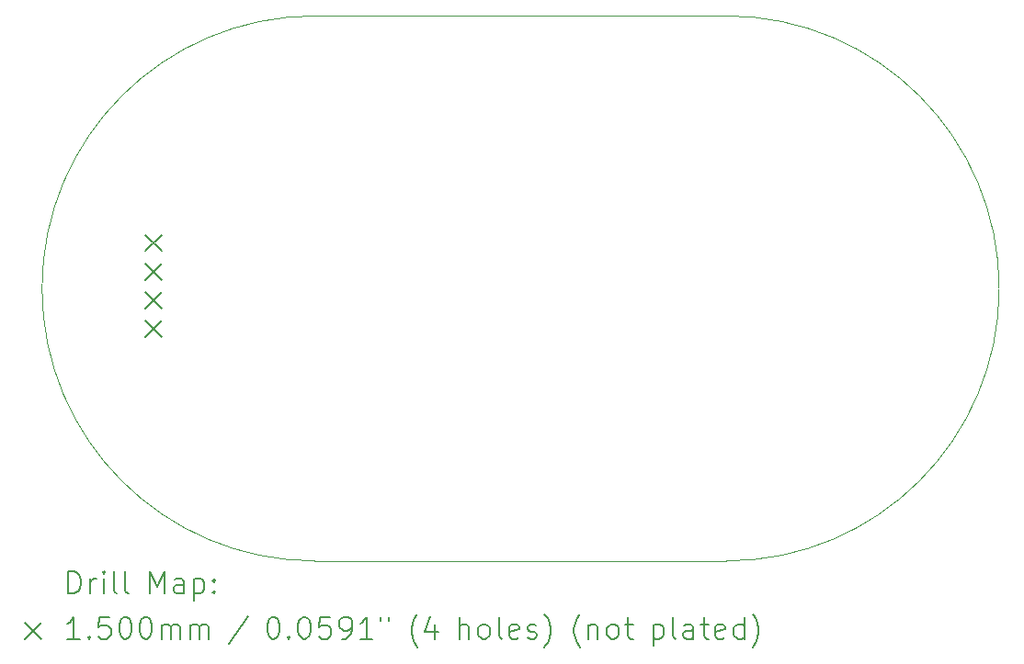
<source format=gbr>
%TF.GenerationSoftware,KiCad,Pcbnew,(7.0.0)*%
%TF.CreationDate,2023-11-05T00:37:03+05:30*%
%TF.ProjectId,Drone_Controller_2.0,44726f6e-655f-4436-9f6e-74726f6c6c65,rev?*%
%TF.SameCoordinates,Original*%
%TF.FileFunction,Drillmap*%
%TF.FilePolarity,Positive*%
%FSLAX45Y45*%
G04 Gerber Fmt 4.5, Leading zero omitted, Abs format (unit mm)*
G04 Created by KiCad (PCBNEW (7.0.0)) date 2023-11-05 00:37:03*
%MOMM*%
%LPD*%
G01*
G04 APERTURE LIST*
%ADD10C,0.100000*%
%ADD11C,0.200000*%
%ADD12C,0.150000*%
G04 APERTURE END LIST*
D10*
X17777460Y-7619995D02*
X21569680Y-7619995D01*
X17777460Y-12644125D02*
X21569675Y-12644125D01*
X17777460Y-7619995D02*
G75*
G03*
X17777460Y-12644125I0J-2512065D01*
G01*
X21569675Y-12644125D02*
G75*
G03*
X21569675Y-7619995I0J2512065D01*
G01*
D11*
D12*
X16216000Y-9637960D02*
X16366000Y-9787960D01*
X16366000Y-9637960D02*
X16216000Y-9787960D01*
X16216000Y-9902120D02*
X16366000Y-10052120D01*
X16366000Y-9902120D02*
X16216000Y-10052120D01*
X16216000Y-10166280D02*
X16366000Y-10316280D01*
X16366000Y-10166280D02*
X16216000Y-10316280D01*
X16216000Y-10430440D02*
X16366000Y-10580440D01*
X16366000Y-10430440D02*
X16216000Y-10580440D01*
D11*
X15508014Y-12942601D02*
X15508014Y-12742601D01*
X15508014Y-12742601D02*
X15555633Y-12742601D01*
X15555633Y-12742601D02*
X15584204Y-12752125D01*
X15584204Y-12752125D02*
X15603252Y-12771173D01*
X15603252Y-12771173D02*
X15612776Y-12790220D01*
X15612776Y-12790220D02*
X15622300Y-12828315D01*
X15622300Y-12828315D02*
X15622300Y-12856887D01*
X15622300Y-12856887D02*
X15612776Y-12894982D01*
X15612776Y-12894982D02*
X15603252Y-12914030D01*
X15603252Y-12914030D02*
X15584204Y-12933077D01*
X15584204Y-12933077D02*
X15555633Y-12942601D01*
X15555633Y-12942601D02*
X15508014Y-12942601D01*
X15708014Y-12942601D02*
X15708014Y-12809268D01*
X15708014Y-12847363D02*
X15717538Y-12828315D01*
X15717538Y-12828315D02*
X15727061Y-12818792D01*
X15727061Y-12818792D02*
X15746109Y-12809268D01*
X15746109Y-12809268D02*
X15765157Y-12809268D01*
X15831823Y-12942601D02*
X15831823Y-12809268D01*
X15831823Y-12742601D02*
X15822300Y-12752125D01*
X15822300Y-12752125D02*
X15831823Y-12761649D01*
X15831823Y-12761649D02*
X15841347Y-12752125D01*
X15841347Y-12752125D02*
X15831823Y-12742601D01*
X15831823Y-12742601D02*
X15831823Y-12761649D01*
X15955633Y-12942601D02*
X15936585Y-12933077D01*
X15936585Y-12933077D02*
X15927061Y-12914030D01*
X15927061Y-12914030D02*
X15927061Y-12742601D01*
X16060395Y-12942601D02*
X16041347Y-12933077D01*
X16041347Y-12933077D02*
X16031823Y-12914030D01*
X16031823Y-12914030D02*
X16031823Y-12742601D01*
X16256585Y-12942601D02*
X16256585Y-12742601D01*
X16256585Y-12742601D02*
X16323252Y-12885458D01*
X16323252Y-12885458D02*
X16389919Y-12742601D01*
X16389919Y-12742601D02*
X16389919Y-12942601D01*
X16570871Y-12942601D02*
X16570871Y-12837839D01*
X16570871Y-12837839D02*
X16561347Y-12818792D01*
X16561347Y-12818792D02*
X16542300Y-12809268D01*
X16542300Y-12809268D02*
X16504204Y-12809268D01*
X16504204Y-12809268D02*
X16485157Y-12818792D01*
X16570871Y-12933077D02*
X16551823Y-12942601D01*
X16551823Y-12942601D02*
X16504204Y-12942601D01*
X16504204Y-12942601D02*
X16485157Y-12933077D01*
X16485157Y-12933077D02*
X16475633Y-12914030D01*
X16475633Y-12914030D02*
X16475633Y-12894982D01*
X16475633Y-12894982D02*
X16485157Y-12875935D01*
X16485157Y-12875935D02*
X16504204Y-12866411D01*
X16504204Y-12866411D02*
X16551823Y-12866411D01*
X16551823Y-12866411D02*
X16570871Y-12856887D01*
X16666109Y-12809268D02*
X16666109Y-13009268D01*
X16666109Y-12818792D02*
X16685157Y-12809268D01*
X16685157Y-12809268D02*
X16723252Y-12809268D01*
X16723252Y-12809268D02*
X16742300Y-12818792D01*
X16742300Y-12818792D02*
X16751823Y-12828315D01*
X16751823Y-12828315D02*
X16761347Y-12847363D01*
X16761347Y-12847363D02*
X16761347Y-12904506D01*
X16761347Y-12904506D02*
X16751823Y-12923554D01*
X16751823Y-12923554D02*
X16742300Y-12933077D01*
X16742300Y-12933077D02*
X16723252Y-12942601D01*
X16723252Y-12942601D02*
X16685157Y-12942601D01*
X16685157Y-12942601D02*
X16666109Y-12933077D01*
X16847062Y-12923554D02*
X16856585Y-12933077D01*
X16856585Y-12933077D02*
X16847062Y-12942601D01*
X16847062Y-12942601D02*
X16837538Y-12933077D01*
X16837538Y-12933077D02*
X16847062Y-12923554D01*
X16847062Y-12923554D02*
X16847062Y-12942601D01*
X16847062Y-12818792D02*
X16856585Y-12828315D01*
X16856585Y-12828315D02*
X16847062Y-12837839D01*
X16847062Y-12837839D02*
X16837538Y-12828315D01*
X16837538Y-12828315D02*
X16847062Y-12818792D01*
X16847062Y-12818792D02*
X16847062Y-12837839D01*
D12*
X15110395Y-13214125D02*
X15260395Y-13364125D01*
X15260395Y-13214125D02*
X15110395Y-13364125D01*
D11*
X15612776Y-13362601D02*
X15498490Y-13362601D01*
X15555633Y-13362601D02*
X15555633Y-13162601D01*
X15555633Y-13162601D02*
X15536585Y-13191173D01*
X15536585Y-13191173D02*
X15517538Y-13210220D01*
X15517538Y-13210220D02*
X15498490Y-13219744D01*
X15698490Y-13343554D02*
X15708014Y-13353077D01*
X15708014Y-13353077D02*
X15698490Y-13362601D01*
X15698490Y-13362601D02*
X15688966Y-13353077D01*
X15688966Y-13353077D02*
X15698490Y-13343554D01*
X15698490Y-13343554D02*
X15698490Y-13362601D01*
X15888966Y-13162601D02*
X15793728Y-13162601D01*
X15793728Y-13162601D02*
X15784204Y-13257839D01*
X15784204Y-13257839D02*
X15793728Y-13248315D01*
X15793728Y-13248315D02*
X15812776Y-13238792D01*
X15812776Y-13238792D02*
X15860395Y-13238792D01*
X15860395Y-13238792D02*
X15879442Y-13248315D01*
X15879442Y-13248315D02*
X15888966Y-13257839D01*
X15888966Y-13257839D02*
X15898490Y-13276887D01*
X15898490Y-13276887D02*
X15898490Y-13324506D01*
X15898490Y-13324506D02*
X15888966Y-13343554D01*
X15888966Y-13343554D02*
X15879442Y-13353077D01*
X15879442Y-13353077D02*
X15860395Y-13362601D01*
X15860395Y-13362601D02*
X15812776Y-13362601D01*
X15812776Y-13362601D02*
X15793728Y-13353077D01*
X15793728Y-13353077D02*
X15784204Y-13343554D01*
X16022300Y-13162601D02*
X16041347Y-13162601D01*
X16041347Y-13162601D02*
X16060395Y-13172125D01*
X16060395Y-13172125D02*
X16069919Y-13181649D01*
X16069919Y-13181649D02*
X16079442Y-13200696D01*
X16079442Y-13200696D02*
X16088966Y-13238792D01*
X16088966Y-13238792D02*
X16088966Y-13286411D01*
X16088966Y-13286411D02*
X16079442Y-13324506D01*
X16079442Y-13324506D02*
X16069919Y-13343554D01*
X16069919Y-13343554D02*
X16060395Y-13353077D01*
X16060395Y-13353077D02*
X16041347Y-13362601D01*
X16041347Y-13362601D02*
X16022300Y-13362601D01*
X16022300Y-13362601D02*
X16003252Y-13353077D01*
X16003252Y-13353077D02*
X15993728Y-13343554D01*
X15993728Y-13343554D02*
X15984204Y-13324506D01*
X15984204Y-13324506D02*
X15974681Y-13286411D01*
X15974681Y-13286411D02*
X15974681Y-13238792D01*
X15974681Y-13238792D02*
X15984204Y-13200696D01*
X15984204Y-13200696D02*
X15993728Y-13181649D01*
X15993728Y-13181649D02*
X16003252Y-13172125D01*
X16003252Y-13172125D02*
X16022300Y-13162601D01*
X16212776Y-13162601D02*
X16231823Y-13162601D01*
X16231823Y-13162601D02*
X16250871Y-13172125D01*
X16250871Y-13172125D02*
X16260395Y-13181649D01*
X16260395Y-13181649D02*
X16269919Y-13200696D01*
X16269919Y-13200696D02*
X16279442Y-13238792D01*
X16279442Y-13238792D02*
X16279442Y-13286411D01*
X16279442Y-13286411D02*
X16269919Y-13324506D01*
X16269919Y-13324506D02*
X16260395Y-13343554D01*
X16260395Y-13343554D02*
X16250871Y-13353077D01*
X16250871Y-13353077D02*
X16231823Y-13362601D01*
X16231823Y-13362601D02*
X16212776Y-13362601D01*
X16212776Y-13362601D02*
X16193728Y-13353077D01*
X16193728Y-13353077D02*
X16184204Y-13343554D01*
X16184204Y-13343554D02*
X16174681Y-13324506D01*
X16174681Y-13324506D02*
X16165157Y-13286411D01*
X16165157Y-13286411D02*
X16165157Y-13238792D01*
X16165157Y-13238792D02*
X16174681Y-13200696D01*
X16174681Y-13200696D02*
X16184204Y-13181649D01*
X16184204Y-13181649D02*
X16193728Y-13172125D01*
X16193728Y-13172125D02*
X16212776Y-13162601D01*
X16365157Y-13362601D02*
X16365157Y-13229268D01*
X16365157Y-13248315D02*
X16374681Y-13238792D01*
X16374681Y-13238792D02*
X16393728Y-13229268D01*
X16393728Y-13229268D02*
X16422300Y-13229268D01*
X16422300Y-13229268D02*
X16441347Y-13238792D01*
X16441347Y-13238792D02*
X16450871Y-13257839D01*
X16450871Y-13257839D02*
X16450871Y-13362601D01*
X16450871Y-13257839D02*
X16460395Y-13238792D01*
X16460395Y-13238792D02*
X16479442Y-13229268D01*
X16479442Y-13229268D02*
X16508014Y-13229268D01*
X16508014Y-13229268D02*
X16527062Y-13238792D01*
X16527062Y-13238792D02*
X16536585Y-13257839D01*
X16536585Y-13257839D02*
X16536585Y-13362601D01*
X16631823Y-13362601D02*
X16631823Y-13229268D01*
X16631823Y-13248315D02*
X16641347Y-13238792D01*
X16641347Y-13238792D02*
X16660395Y-13229268D01*
X16660395Y-13229268D02*
X16688966Y-13229268D01*
X16688966Y-13229268D02*
X16708014Y-13238792D01*
X16708014Y-13238792D02*
X16717538Y-13257839D01*
X16717538Y-13257839D02*
X16717538Y-13362601D01*
X16717538Y-13257839D02*
X16727062Y-13238792D01*
X16727062Y-13238792D02*
X16746109Y-13229268D01*
X16746109Y-13229268D02*
X16774681Y-13229268D01*
X16774681Y-13229268D02*
X16793728Y-13238792D01*
X16793728Y-13238792D02*
X16803252Y-13257839D01*
X16803252Y-13257839D02*
X16803252Y-13362601D01*
X17161347Y-13153077D02*
X16989919Y-13410220D01*
X17386109Y-13162601D02*
X17405157Y-13162601D01*
X17405157Y-13162601D02*
X17424205Y-13172125D01*
X17424205Y-13172125D02*
X17433728Y-13181649D01*
X17433728Y-13181649D02*
X17443252Y-13200696D01*
X17443252Y-13200696D02*
X17452776Y-13238792D01*
X17452776Y-13238792D02*
X17452776Y-13286411D01*
X17452776Y-13286411D02*
X17443252Y-13324506D01*
X17443252Y-13324506D02*
X17433728Y-13343554D01*
X17433728Y-13343554D02*
X17424205Y-13353077D01*
X17424205Y-13353077D02*
X17405157Y-13362601D01*
X17405157Y-13362601D02*
X17386109Y-13362601D01*
X17386109Y-13362601D02*
X17367062Y-13353077D01*
X17367062Y-13353077D02*
X17357538Y-13343554D01*
X17357538Y-13343554D02*
X17348014Y-13324506D01*
X17348014Y-13324506D02*
X17338490Y-13286411D01*
X17338490Y-13286411D02*
X17338490Y-13238792D01*
X17338490Y-13238792D02*
X17348014Y-13200696D01*
X17348014Y-13200696D02*
X17357538Y-13181649D01*
X17357538Y-13181649D02*
X17367062Y-13172125D01*
X17367062Y-13172125D02*
X17386109Y-13162601D01*
X17538490Y-13343554D02*
X17548014Y-13353077D01*
X17548014Y-13353077D02*
X17538490Y-13362601D01*
X17538490Y-13362601D02*
X17528966Y-13353077D01*
X17528966Y-13353077D02*
X17538490Y-13343554D01*
X17538490Y-13343554D02*
X17538490Y-13362601D01*
X17671824Y-13162601D02*
X17690871Y-13162601D01*
X17690871Y-13162601D02*
X17709919Y-13172125D01*
X17709919Y-13172125D02*
X17719443Y-13181649D01*
X17719443Y-13181649D02*
X17728966Y-13200696D01*
X17728966Y-13200696D02*
X17738490Y-13238792D01*
X17738490Y-13238792D02*
X17738490Y-13286411D01*
X17738490Y-13286411D02*
X17728966Y-13324506D01*
X17728966Y-13324506D02*
X17719443Y-13343554D01*
X17719443Y-13343554D02*
X17709919Y-13353077D01*
X17709919Y-13353077D02*
X17690871Y-13362601D01*
X17690871Y-13362601D02*
X17671824Y-13362601D01*
X17671824Y-13362601D02*
X17652776Y-13353077D01*
X17652776Y-13353077D02*
X17643252Y-13343554D01*
X17643252Y-13343554D02*
X17633728Y-13324506D01*
X17633728Y-13324506D02*
X17624205Y-13286411D01*
X17624205Y-13286411D02*
X17624205Y-13238792D01*
X17624205Y-13238792D02*
X17633728Y-13200696D01*
X17633728Y-13200696D02*
X17643252Y-13181649D01*
X17643252Y-13181649D02*
X17652776Y-13172125D01*
X17652776Y-13172125D02*
X17671824Y-13162601D01*
X17919443Y-13162601D02*
X17824205Y-13162601D01*
X17824205Y-13162601D02*
X17814681Y-13257839D01*
X17814681Y-13257839D02*
X17824205Y-13248315D01*
X17824205Y-13248315D02*
X17843252Y-13238792D01*
X17843252Y-13238792D02*
X17890871Y-13238792D01*
X17890871Y-13238792D02*
X17909919Y-13248315D01*
X17909919Y-13248315D02*
X17919443Y-13257839D01*
X17919443Y-13257839D02*
X17928966Y-13276887D01*
X17928966Y-13276887D02*
X17928966Y-13324506D01*
X17928966Y-13324506D02*
X17919443Y-13343554D01*
X17919443Y-13343554D02*
X17909919Y-13353077D01*
X17909919Y-13353077D02*
X17890871Y-13362601D01*
X17890871Y-13362601D02*
X17843252Y-13362601D01*
X17843252Y-13362601D02*
X17824205Y-13353077D01*
X17824205Y-13353077D02*
X17814681Y-13343554D01*
X18024205Y-13362601D02*
X18062300Y-13362601D01*
X18062300Y-13362601D02*
X18081347Y-13353077D01*
X18081347Y-13353077D02*
X18090871Y-13343554D01*
X18090871Y-13343554D02*
X18109919Y-13314982D01*
X18109919Y-13314982D02*
X18119443Y-13276887D01*
X18119443Y-13276887D02*
X18119443Y-13200696D01*
X18119443Y-13200696D02*
X18109919Y-13181649D01*
X18109919Y-13181649D02*
X18100395Y-13172125D01*
X18100395Y-13172125D02*
X18081347Y-13162601D01*
X18081347Y-13162601D02*
X18043252Y-13162601D01*
X18043252Y-13162601D02*
X18024205Y-13172125D01*
X18024205Y-13172125D02*
X18014681Y-13181649D01*
X18014681Y-13181649D02*
X18005157Y-13200696D01*
X18005157Y-13200696D02*
X18005157Y-13248315D01*
X18005157Y-13248315D02*
X18014681Y-13267363D01*
X18014681Y-13267363D02*
X18024205Y-13276887D01*
X18024205Y-13276887D02*
X18043252Y-13286411D01*
X18043252Y-13286411D02*
X18081347Y-13286411D01*
X18081347Y-13286411D02*
X18100395Y-13276887D01*
X18100395Y-13276887D02*
X18109919Y-13267363D01*
X18109919Y-13267363D02*
X18119443Y-13248315D01*
X18309919Y-13362601D02*
X18195633Y-13362601D01*
X18252776Y-13362601D02*
X18252776Y-13162601D01*
X18252776Y-13162601D02*
X18233728Y-13191173D01*
X18233728Y-13191173D02*
X18214681Y-13210220D01*
X18214681Y-13210220D02*
X18195633Y-13219744D01*
X18386109Y-13162601D02*
X18386109Y-13200696D01*
X18462300Y-13162601D02*
X18462300Y-13200696D01*
X18725157Y-13438792D02*
X18715633Y-13429268D01*
X18715633Y-13429268D02*
X18696586Y-13400696D01*
X18696586Y-13400696D02*
X18687062Y-13381649D01*
X18687062Y-13381649D02*
X18677538Y-13353077D01*
X18677538Y-13353077D02*
X18668014Y-13305458D01*
X18668014Y-13305458D02*
X18668014Y-13267363D01*
X18668014Y-13267363D02*
X18677538Y-13219744D01*
X18677538Y-13219744D02*
X18687062Y-13191173D01*
X18687062Y-13191173D02*
X18696586Y-13172125D01*
X18696586Y-13172125D02*
X18715633Y-13143554D01*
X18715633Y-13143554D02*
X18725157Y-13134030D01*
X18887062Y-13229268D02*
X18887062Y-13362601D01*
X18839443Y-13153077D02*
X18791824Y-13295935D01*
X18791824Y-13295935D02*
X18915633Y-13295935D01*
X19111824Y-13362601D02*
X19111824Y-13162601D01*
X19197538Y-13362601D02*
X19197538Y-13257839D01*
X19197538Y-13257839D02*
X19188014Y-13238792D01*
X19188014Y-13238792D02*
X19168967Y-13229268D01*
X19168967Y-13229268D02*
X19140395Y-13229268D01*
X19140395Y-13229268D02*
X19121347Y-13238792D01*
X19121347Y-13238792D02*
X19111824Y-13248315D01*
X19321347Y-13362601D02*
X19302300Y-13353077D01*
X19302300Y-13353077D02*
X19292776Y-13343554D01*
X19292776Y-13343554D02*
X19283252Y-13324506D01*
X19283252Y-13324506D02*
X19283252Y-13267363D01*
X19283252Y-13267363D02*
X19292776Y-13248315D01*
X19292776Y-13248315D02*
X19302300Y-13238792D01*
X19302300Y-13238792D02*
X19321347Y-13229268D01*
X19321347Y-13229268D02*
X19349919Y-13229268D01*
X19349919Y-13229268D02*
X19368967Y-13238792D01*
X19368967Y-13238792D02*
X19378490Y-13248315D01*
X19378490Y-13248315D02*
X19388014Y-13267363D01*
X19388014Y-13267363D02*
X19388014Y-13324506D01*
X19388014Y-13324506D02*
X19378490Y-13343554D01*
X19378490Y-13343554D02*
X19368967Y-13353077D01*
X19368967Y-13353077D02*
X19349919Y-13362601D01*
X19349919Y-13362601D02*
X19321347Y-13362601D01*
X19502300Y-13362601D02*
X19483252Y-13353077D01*
X19483252Y-13353077D02*
X19473728Y-13334030D01*
X19473728Y-13334030D02*
X19473728Y-13162601D01*
X19654681Y-13353077D02*
X19635633Y-13362601D01*
X19635633Y-13362601D02*
X19597538Y-13362601D01*
X19597538Y-13362601D02*
X19578490Y-13353077D01*
X19578490Y-13353077D02*
X19568967Y-13334030D01*
X19568967Y-13334030D02*
X19568967Y-13257839D01*
X19568967Y-13257839D02*
X19578490Y-13238792D01*
X19578490Y-13238792D02*
X19597538Y-13229268D01*
X19597538Y-13229268D02*
X19635633Y-13229268D01*
X19635633Y-13229268D02*
X19654681Y-13238792D01*
X19654681Y-13238792D02*
X19664205Y-13257839D01*
X19664205Y-13257839D02*
X19664205Y-13276887D01*
X19664205Y-13276887D02*
X19568967Y-13295935D01*
X19740395Y-13353077D02*
X19759443Y-13362601D01*
X19759443Y-13362601D02*
X19797538Y-13362601D01*
X19797538Y-13362601D02*
X19816586Y-13353077D01*
X19816586Y-13353077D02*
X19826109Y-13334030D01*
X19826109Y-13334030D02*
X19826109Y-13324506D01*
X19826109Y-13324506D02*
X19816586Y-13305458D01*
X19816586Y-13305458D02*
X19797538Y-13295935D01*
X19797538Y-13295935D02*
X19768967Y-13295935D01*
X19768967Y-13295935D02*
X19749919Y-13286411D01*
X19749919Y-13286411D02*
X19740395Y-13267363D01*
X19740395Y-13267363D02*
X19740395Y-13257839D01*
X19740395Y-13257839D02*
X19749919Y-13238792D01*
X19749919Y-13238792D02*
X19768967Y-13229268D01*
X19768967Y-13229268D02*
X19797538Y-13229268D01*
X19797538Y-13229268D02*
X19816586Y-13238792D01*
X19892776Y-13438792D02*
X19902300Y-13429268D01*
X19902300Y-13429268D02*
X19921348Y-13400696D01*
X19921348Y-13400696D02*
X19930871Y-13381649D01*
X19930871Y-13381649D02*
X19940395Y-13353077D01*
X19940395Y-13353077D02*
X19949919Y-13305458D01*
X19949919Y-13305458D02*
X19949919Y-13267363D01*
X19949919Y-13267363D02*
X19940395Y-13219744D01*
X19940395Y-13219744D02*
X19930871Y-13191173D01*
X19930871Y-13191173D02*
X19921348Y-13172125D01*
X19921348Y-13172125D02*
X19902300Y-13143554D01*
X19902300Y-13143554D02*
X19892776Y-13134030D01*
X20222300Y-13438792D02*
X20212776Y-13429268D01*
X20212776Y-13429268D02*
X20193728Y-13400696D01*
X20193728Y-13400696D02*
X20184205Y-13381649D01*
X20184205Y-13381649D02*
X20174681Y-13353077D01*
X20174681Y-13353077D02*
X20165157Y-13305458D01*
X20165157Y-13305458D02*
X20165157Y-13267363D01*
X20165157Y-13267363D02*
X20174681Y-13219744D01*
X20174681Y-13219744D02*
X20184205Y-13191173D01*
X20184205Y-13191173D02*
X20193728Y-13172125D01*
X20193728Y-13172125D02*
X20212776Y-13143554D01*
X20212776Y-13143554D02*
X20222300Y-13134030D01*
X20298490Y-13229268D02*
X20298490Y-13362601D01*
X20298490Y-13248315D02*
X20308014Y-13238792D01*
X20308014Y-13238792D02*
X20327062Y-13229268D01*
X20327062Y-13229268D02*
X20355633Y-13229268D01*
X20355633Y-13229268D02*
X20374681Y-13238792D01*
X20374681Y-13238792D02*
X20384205Y-13257839D01*
X20384205Y-13257839D02*
X20384205Y-13362601D01*
X20508014Y-13362601D02*
X20488967Y-13353077D01*
X20488967Y-13353077D02*
X20479443Y-13343554D01*
X20479443Y-13343554D02*
X20469919Y-13324506D01*
X20469919Y-13324506D02*
X20469919Y-13267363D01*
X20469919Y-13267363D02*
X20479443Y-13248315D01*
X20479443Y-13248315D02*
X20488967Y-13238792D01*
X20488967Y-13238792D02*
X20508014Y-13229268D01*
X20508014Y-13229268D02*
X20536586Y-13229268D01*
X20536586Y-13229268D02*
X20555633Y-13238792D01*
X20555633Y-13238792D02*
X20565157Y-13248315D01*
X20565157Y-13248315D02*
X20574681Y-13267363D01*
X20574681Y-13267363D02*
X20574681Y-13324506D01*
X20574681Y-13324506D02*
X20565157Y-13343554D01*
X20565157Y-13343554D02*
X20555633Y-13353077D01*
X20555633Y-13353077D02*
X20536586Y-13362601D01*
X20536586Y-13362601D02*
X20508014Y-13362601D01*
X20631824Y-13229268D02*
X20708014Y-13229268D01*
X20660395Y-13162601D02*
X20660395Y-13334030D01*
X20660395Y-13334030D02*
X20669919Y-13353077D01*
X20669919Y-13353077D02*
X20688967Y-13362601D01*
X20688967Y-13362601D02*
X20708014Y-13362601D01*
X20894681Y-13229268D02*
X20894681Y-13429268D01*
X20894681Y-13238792D02*
X20913728Y-13229268D01*
X20913728Y-13229268D02*
X20951824Y-13229268D01*
X20951824Y-13229268D02*
X20970871Y-13238792D01*
X20970871Y-13238792D02*
X20980395Y-13248315D01*
X20980395Y-13248315D02*
X20989919Y-13267363D01*
X20989919Y-13267363D02*
X20989919Y-13324506D01*
X20989919Y-13324506D02*
X20980395Y-13343554D01*
X20980395Y-13343554D02*
X20970871Y-13353077D01*
X20970871Y-13353077D02*
X20951824Y-13362601D01*
X20951824Y-13362601D02*
X20913728Y-13362601D01*
X20913728Y-13362601D02*
X20894681Y-13353077D01*
X21104205Y-13362601D02*
X21085157Y-13353077D01*
X21085157Y-13353077D02*
X21075633Y-13334030D01*
X21075633Y-13334030D02*
X21075633Y-13162601D01*
X21266109Y-13362601D02*
X21266109Y-13257839D01*
X21266109Y-13257839D02*
X21256586Y-13238792D01*
X21256586Y-13238792D02*
X21237538Y-13229268D01*
X21237538Y-13229268D02*
X21199443Y-13229268D01*
X21199443Y-13229268D02*
X21180395Y-13238792D01*
X21266109Y-13353077D02*
X21247062Y-13362601D01*
X21247062Y-13362601D02*
X21199443Y-13362601D01*
X21199443Y-13362601D02*
X21180395Y-13353077D01*
X21180395Y-13353077D02*
X21170871Y-13334030D01*
X21170871Y-13334030D02*
X21170871Y-13314982D01*
X21170871Y-13314982D02*
X21180395Y-13295935D01*
X21180395Y-13295935D02*
X21199443Y-13286411D01*
X21199443Y-13286411D02*
X21247062Y-13286411D01*
X21247062Y-13286411D02*
X21266109Y-13276887D01*
X21332776Y-13229268D02*
X21408967Y-13229268D01*
X21361348Y-13162601D02*
X21361348Y-13334030D01*
X21361348Y-13334030D02*
X21370871Y-13353077D01*
X21370871Y-13353077D02*
X21389919Y-13362601D01*
X21389919Y-13362601D02*
X21408967Y-13362601D01*
X21551824Y-13353077D02*
X21532776Y-13362601D01*
X21532776Y-13362601D02*
X21494681Y-13362601D01*
X21494681Y-13362601D02*
X21475633Y-13353077D01*
X21475633Y-13353077D02*
X21466109Y-13334030D01*
X21466109Y-13334030D02*
X21466109Y-13257839D01*
X21466109Y-13257839D02*
X21475633Y-13238792D01*
X21475633Y-13238792D02*
X21494681Y-13229268D01*
X21494681Y-13229268D02*
X21532776Y-13229268D01*
X21532776Y-13229268D02*
X21551824Y-13238792D01*
X21551824Y-13238792D02*
X21561348Y-13257839D01*
X21561348Y-13257839D02*
X21561348Y-13276887D01*
X21561348Y-13276887D02*
X21466109Y-13295935D01*
X21732776Y-13362601D02*
X21732776Y-13162601D01*
X21732776Y-13353077D02*
X21713729Y-13362601D01*
X21713729Y-13362601D02*
X21675633Y-13362601D01*
X21675633Y-13362601D02*
X21656586Y-13353077D01*
X21656586Y-13353077D02*
X21647062Y-13343554D01*
X21647062Y-13343554D02*
X21637538Y-13324506D01*
X21637538Y-13324506D02*
X21637538Y-13267363D01*
X21637538Y-13267363D02*
X21647062Y-13248315D01*
X21647062Y-13248315D02*
X21656586Y-13238792D01*
X21656586Y-13238792D02*
X21675633Y-13229268D01*
X21675633Y-13229268D02*
X21713729Y-13229268D01*
X21713729Y-13229268D02*
X21732776Y-13238792D01*
X21808967Y-13438792D02*
X21818490Y-13429268D01*
X21818490Y-13429268D02*
X21837538Y-13400696D01*
X21837538Y-13400696D02*
X21847062Y-13381649D01*
X21847062Y-13381649D02*
X21856586Y-13353077D01*
X21856586Y-13353077D02*
X21866109Y-13305458D01*
X21866109Y-13305458D02*
X21866109Y-13267363D01*
X21866109Y-13267363D02*
X21856586Y-13219744D01*
X21856586Y-13219744D02*
X21847062Y-13191173D01*
X21847062Y-13191173D02*
X21837538Y-13172125D01*
X21837538Y-13172125D02*
X21818490Y-13143554D01*
X21818490Y-13143554D02*
X21808967Y-13134030D01*
M02*

</source>
